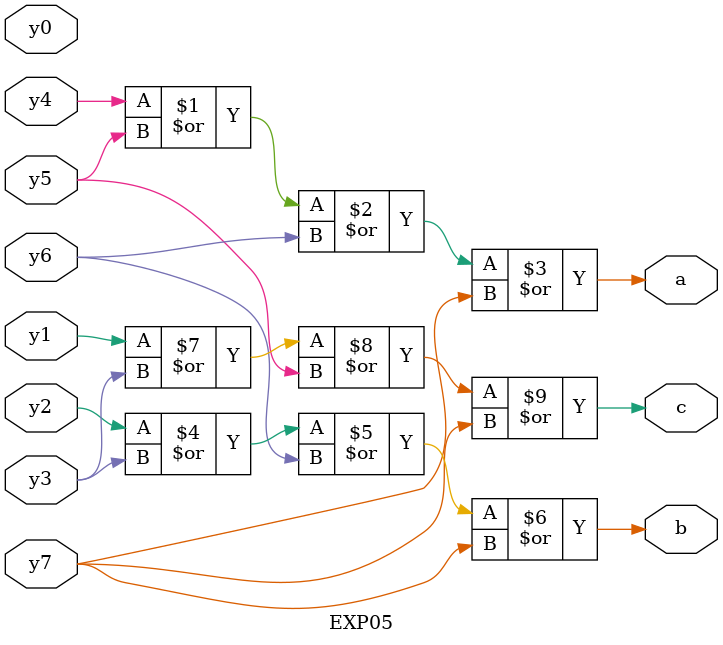
<source format=v>
module EXP05(a,b,c,y0,y1,y2,y3,y4,y5,y6,y7);
input y0,y1,y2,y3,y4,y5,y6,y7;
output a,b,c;
assign a= ( y4 | y5 | y6 | y7);
assign b= ( y2 | y3 | y6 | y7);
assign c= ( y1 | y3 | y5 | y7);
endmodule
</source>
